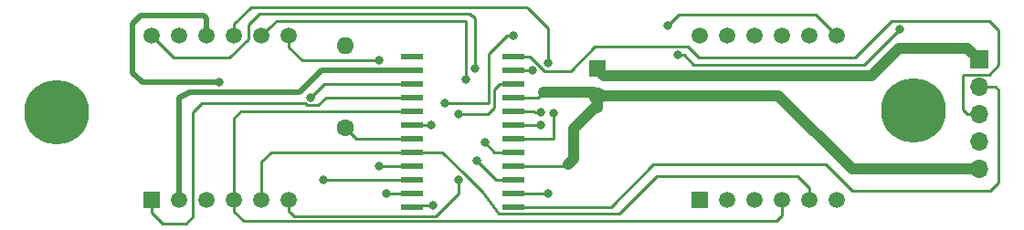
<source format=gbr>
G04 #@! TF.GenerationSoftware,KiCad,Pcbnew,(5.0.2)-1*
G04 #@! TF.CreationDate,2021-03-12T16:00:43+02:00*
G04 #@! TF.ProjectId,MAX7219 SMD,4d415837-3231-4392-9053-4d442e6b6963,rev?*
G04 #@! TF.SameCoordinates,Original*
G04 #@! TF.FileFunction,Copper,L2,Bot*
G04 #@! TF.FilePolarity,Positive*
%FSLAX46Y46*%
G04 Gerber Fmt 4.6, Leading zero omitted, Abs format (unit mm)*
G04 Created by KiCad (PCBNEW (5.0.2)-1) date 12.03.2021 16:00:43*
%MOMM*%
%LPD*%
G01*
G04 APERTURE LIST*
G04 #@! TA.AperFunction,ComponentPad*
%ADD10C,1.600000*%
G04 #@! TD*
G04 #@! TA.AperFunction,ComponentPad*
%ADD11R,1.600000X1.600000*%
G04 #@! TD*
G04 #@! TA.AperFunction,ComponentPad*
%ADD12O,1.600000X1.600000*%
G04 #@! TD*
G04 #@! TA.AperFunction,ComponentPad*
%ADD13C,1.500000*%
G04 #@! TD*
G04 #@! TA.AperFunction,ComponentPad*
%ADD14R,1.500000X1.500000*%
G04 #@! TD*
G04 #@! TA.AperFunction,ComponentPad*
%ADD15R,1.700000X1.700000*%
G04 #@! TD*
G04 #@! TA.AperFunction,ComponentPad*
%ADD16O,1.700000X1.700000*%
G04 #@! TD*
G04 #@! TA.AperFunction,SMDPad,CuDef*
%ADD17R,2.000000X0.600000*%
G04 #@! TD*
G04 #@! TA.AperFunction,ViaPad*
%ADD18C,6.000000*%
G04 #@! TD*
G04 #@! TA.AperFunction,ViaPad*
%ADD19C,0.800000*%
G04 #@! TD*
G04 #@! TA.AperFunction,Conductor*
%ADD20C,0.250000*%
G04 #@! TD*
G04 #@! TA.AperFunction,Conductor*
%ADD21C,1.000000*%
G04 #@! TD*
G04 #@! TA.AperFunction,Conductor*
%ADD22C,0.500000*%
G04 #@! TD*
G04 APERTURE END LIST*
D10*
G04 #@! TO.P,C1,2*
G04 #@! TO.N,GNDD*
X152908000Y-97623000D03*
D11*
G04 #@! TO.P,C1,1*
G04 #@! TO.N,+5V*
X152908000Y-95123000D03*
G04 #@! TD*
D12*
G04 #@! TO.P,R1,2*
G04 #@! TO.N,+5V*
X129540000Y-92964000D03*
D10*
G04 #@! TO.P,R1,1*
G04 #@! TO.N,Net-(R1-Pad1)*
X129540000Y-100584000D03*
G04 #@! TD*
D13*
G04 #@! TO.P,U3,12*
G04 #@! TO.N,Net-(U1-Pad8)*
X111633000Y-92075000D03*
G04 #@! TO.P,U3,11*
G04 #@! TO.N,Net-(U1-Pad14)*
X114173000Y-92075000D03*
G04 #@! TO.P,U3,10*
G04 #@! TO.N,Net-(U1-Pad15)*
X116713000Y-92075000D03*
G04 #@! TO.P,U3,9*
G04 #@! TO.N,Net-(U1-Pad5)*
X119253000Y-92075000D03*
G04 #@! TO.P,U3,8*
G04 #@! TO.N,Net-(U1-Pad10)*
X121793000Y-92075000D03*
G04 #@! TO.P,U3,7*
G04 #@! TO.N,Net-(U1-Pad16)*
X124333000Y-92075000D03*
G04 #@! TO.P,U3,6*
G04 #@! TO.N,Net-(U1-Pad3)*
X124333000Y-107315000D03*
G04 #@! TO.P,U3,5*
G04 #@! TO.N,Net-(U1-Pad17)*
X121793000Y-107315000D03*
G04 #@! TO.P,U3,4*
G04 #@! TO.N,Net-(U1-Pad20)*
X119253000Y-107315000D03*
G04 #@! TO.P,U3,3*
G04 #@! TO.N,Net-(U1-Pad22)*
X116713000Y-107315000D03*
G04 #@! TO.P,U3,2*
G04 #@! TO.N,Net-(U1-Pad23)*
X114173000Y-107315000D03*
D14*
G04 #@! TO.P,U3,1*
G04 #@! TO.N,Net-(U1-Pad21)*
X111633000Y-107315000D03*
G04 #@! TD*
D15*
G04 #@! TO.P,J1,1*
G04 #@! TO.N,+5V*
X188341000Y-94310200D03*
D16*
G04 #@! TO.P,J1,2*
G04 #@! TO.N,Net-(J1-Pad2)*
X188341000Y-96850200D03*
G04 #@! TO.P,J1,3*
G04 #@! TO.N,Net-(J1-Pad3)*
X188341000Y-99390200D03*
G04 #@! TO.P,J1,4*
G04 #@! TO.N,Net-(J1-Pad4)*
X188341000Y-101930200D03*
G04 #@! TO.P,J1,5*
G04 #@! TO.N,GNDD*
X188341000Y-104470200D03*
G04 #@! TD*
D14*
G04 #@! TO.P,U2,1*
G04 #@! TO.N,Net-(U1-Pad21)*
X162433000Y-107315000D03*
D13*
G04 #@! TO.P,U2,2*
G04 #@! TO.N,Net-(U1-Pad23)*
X164973000Y-107315000D03*
G04 #@! TO.P,U2,3*
G04 #@! TO.N,Net-(U1-Pad22)*
X167513000Y-107315000D03*
G04 #@! TO.P,U2,4*
G04 #@! TO.N,Net-(U1-Pad20)*
X170053000Y-107315000D03*
G04 #@! TO.P,U2,5*
G04 #@! TO.N,Net-(U1-Pad17)*
X172593000Y-107315000D03*
G04 #@! TO.P,U2,6*
G04 #@! TO.N,Net-(U1-Pad2)*
X175133000Y-107315000D03*
G04 #@! TO.P,U2,7*
G04 #@! TO.N,Net-(U1-Pad16)*
X175133000Y-92075000D03*
G04 #@! TO.P,U2,8*
G04 #@! TO.N,Net-(U1-Pad11)*
X172593000Y-92075000D03*
G04 #@! TO.P,U2,9*
G04 #@! TO.N,Net-(U1-Pad6)*
X170053000Y-92075000D03*
G04 #@! TO.P,U2,10*
G04 #@! TO.N,Net-(U1-Pad15)*
X167513000Y-92075000D03*
G04 #@! TO.P,U2,11*
G04 #@! TO.N,Net-(U1-Pad14)*
X164973000Y-92075000D03*
G04 #@! TO.P,U2,12*
G04 #@! TO.N,Net-(U1-Pad7)*
X162433000Y-92075000D03*
G04 #@! TD*
D17*
G04 #@! TO.P,U1,1*
G04 #@! TO.N,Net-(J1-Pad3)*
X145162000Y-93980000D03*
G04 #@! TO.P,U1,2*
G04 #@! TO.N,Net-(U1-Pad2)*
X145162000Y-95250000D03*
G04 #@! TO.P,U1,3*
G04 #@! TO.N,Net-(U1-Pad3)*
X145162000Y-96520000D03*
G04 #@! TO.P,U1,4*
G04 #@! TO.N,GNDD*
X145162000Y-97790000D03*
G04 #@! TO.P,U1,5*
G04 #@! TO.N,Net-(U1-Pad5)*
X145162000Y-99060000D03*
G04 #@! TO.P,U1,6*
G04 #@! TO.N,Net-(U1-Pad6)*
X145162000Y-100330000D03*
G04 #@! TO.P,U1,7*
G04 #@! TO.N,Net-(U1-Pad7)*
X145162000Y-101600000D03*
G04 #@! TO.P,U1,8*
G04 #@! TO.N,Net-(U1-Pad8)*
X145162000Y-102870000D03*
G04 #@! TO.P,U1,9*
G04 #@! TO.N,GNDD*
X145162000Y-104140000D03*
G04 #@! TO.P,U1,10*
G04 #@! TO.N,Net-(U1-Pad10)*
X145162000Y-105410000D03*
G04 #@! TO.P,U1,11*
G04 #@! TO.N,Net-(U1-Pad11)*
X145162000Y-106680000D03*
G04 #@! TO.P,U1,12*
G04 #@! TO.N,Net-(J1-Pad2)*
X145162000Y-107950000D03*
G04 #@! TO.P,U1,13*
G04 #@! TO.N,Net-(J1-Pad4)*
X135762000Y-107950000D03*
G04 #@! TO.P,U1,14*
G04 #@! TO.N,Net-(U1-Pad14)*
X135762000Y-106680000D03*
G04 #@! TO.P,U1,15*
G04 #@! TO.N,Net-(U1-Pad15)*
X135762000Y-105410000D03*
G04 #@! TO.P,U1,16*
G04 #@! TO.N,Net-(U1-Pad16)*
X135762000Y-104140000D03*
G04 #@! TO.P,U1,17*
G04 #@! TO.N,Net-(U1-Pad17)*
X135762000Y-102870000D03*
G04 #@! TO.P,U1,18*
G04 #@! TO.N,Net-(R1-Pad1)*
X135762000Y-101600000D03*
G04 #@! TO.P,U1,19*
G04 #@! TO.N,+5V*
X135762000Y-100330000D03*
G04 #@! TO.P,U1,20*
G04 #@! TO.N,Net-(U1-Pad20)*
X135762000Y-99060000D03*
G04 #@! TO.P,U1,21*
G04 #@! TO.N,Net-(U1-Pad21)*
X135762000Y-97790000D03*
G04 #@! TO.P,U1,22*
G04 #@! TO.N,Net-(U1-Pad22)*
X135762000Y-96520000D03*
G04 #@! TO.P,U1,23*
G04 #@! TO.N,Net-(U1-Pad23)*
X135762000Y-95250000D03*
G04 #@! TO.P,U1,24*
G04 #@! TO.N,Net-(U1-Pad24)*
X135762000Y-93980000D03*
G04 #@! TD*
D18*
G04 #@! TO.N,*
X182245000Y-99034600D03*
X102819200Y-99187000D03*
D19*
G04 #@! TO.N,+5V*
X137541000Y-100330000D03*
G04 #@! TO.N,Net-(J1-Pad4)*
X145161000Y-92075000D03*
X160401000Y-93853000D03*
X180975000Y-91440000D03*
X138831685Y-98298000D03*
X137668000Y-107860000D03*
G04 #@! TO.N,Net-(U1-Pad2)*
X146942845Y-95320153D03*
G04 #@! TO.N,Net-(U1-Pad3)*
X140076501Y-105414806D03*
X140081000Y-99314000D03*
G04 #@! TO.N,Net-(U1-Pad5)*
X147701000Y-99187000D03*
X148336000Y-94615000D03*
G04 #@! TO.N,Net-(U1-Pad6)*
X147701000Y-100330000D03*
G04 #@! TO.N,Net-(U1-Pad7)*
X148844000Y-99250500D03*
G04 #@! TO.N,Net-(U1-Pad8)*
X142494000Y-101981000D03*
X141605000Y-95123000D03*
G04 #@! TO.N,Net-(U1-Pad10)*
X141732000Y-103632000D03*
X140716000Y-96139000D03*
G04 #@! TO.N,Net-(U1-Pad11)*
X148336000Y-106680000D03*
G04 #@! TO.N,Net-(U1-Pad14)*
X133350000Y-106680000D03*
G04 #@! TO.N,Net-(U1-Pad15)*
X117856000Y-96393000D03*
X127508000Y-105410000D03*
G04 #@! TO.N,Net-(U1-Pad16)*
X159461200Y-91135200D03*
X132715000Y-94361000D03*
X132715000Y-104140000D03*
G04 #@! TO.N,Net-(U1-Pad22)*
X126365000Y-97790000D03*
G04 #@! TD*
D20*
G04 #@! TO.N,+5V*
X135762000Y-100330000D02*
X137541000Y-100330000D01*
D21*
X187248800Y-93218000D02*
X188341000Y-94310200D01*
X180848000Y-93218000D02*
X187248800Y-93218000D01*
X178308000Y-95758000D02*
X180848000Y-93218000D01*
X152908000Y-95123000D02*
X153543000Y-95758000D01*
X153543000Y-95758000D02*
X178308000Y-95758000D01*
G04 #@! TO.N,GNDD*
X152567000Y-97282000D02*
X147955000Y-97282000D01*
X152908000Y-97623000D02*
X152567000Y-97282000D01*
X169708200Y-97623000D02*
X152908000Y-97623000D01*
X176530000Y-104444800D02*
X169708200Y-97623000D01*
X188341000Y-104470200D02*
X188315600Y-104444800D01*
X188315600Y-104444800D02*
X176530000Y-104444800D01*
X152908000Y-98754370D02*
X152908000Y-97623000D01*
X152705630Y-98754370D02*
X152908000Y-98754370D01*
X150749000Y-100711000D02*
X152705630Y-98754370D01*
X150749000Y-103505000D02*
X150749000Y-100711000D01*
X150241000Y-104013000D02*
X150749000Y-103505000D01*
D20*
X146412000Y-97790000D02*
X145162000Y-97790000D01*
X147447000Y-97790000D02*
X146412000Y-97790000D01*
X147955000Y-97282000D02*
X147447000Y-97790000D01*
X146812000Y-104140000D02*
X145162000Y-104140000D01*
X150114000Y-104140000D02*
X145162000Y-104140000D01*
X150241000Y-104013000D02*
X150114000Y-104140000D01*
G04 #@! TO.N,Net-(J1-Pad2)*
X145162000Y-107950000D02*
X154178000Y-107950000D01*
X154178000Y-107950000D02*
X158115000Y-104013000D01*
X158115000Y-104013000D02*
X174117000Y-104013000D01*
X174117000Y-104013000D02*
X176530000Y-106426000D01*
X176530000Y-106426000D02*
X189357000Y-106426000D01*
X189357000Y-106426000D02*
X190119000Y-105664000D01*
X190119000Y-105664000D02*
X190119000Y-97155000D01*
X189814200Y-96850200D02*
X188341000Y-96850200D01*
X190119000Y-97155000D02*
X189814200Y-96850200D01*
G04 #@! TO.N,Net-(J1-Pad3)*
X188264800Y-99314000D02*
X188341000Y-99390200D01*
X187198000Y-99314000D02*
X188264800Y-99314000D01*
X161326999Y-93127999D02*
X162306000Y-94107000D01*
X152717999Y-93127999D02*
X161326999Y-93127999D01*
X189261003Y-95675199D02*
X186899801Y-95675199D01*
X150505997Y-95340001D02*
X152717999Y-93127999D01*
X147987999Y-95340001D02*
X150505997Y-95340001D01*
X145162000Y-93980000D02*
X146627998Y-93980000D01*
X146627998Y-93980000D02*
X147987999Y-95340001D01*
X162306000Y-94107000D02*
X176784000Y-94107000D01*
X176784000Y-94107000D02*
X180176001Y-90714999D01*
X180176001Y-90714999D02*
X189266999Y-90714999D01*
X189266999Y-90714999D02*
X190119000Y-91567000D01*
X186817000Y-98933000D02*
X187198000Y-99314000D01*
X190119000Y-91567000D02*
X190119000Y-94817202D01*
X190119000Y-94817202D02*
X189261003Y-95675199D01*
X186899801Y-95675199D02*
X186817000Y-95758000D01*
X186817000Y-95758000D02*
X186817000Y-98933000D01*
G04 #@! TO.N,Net-(J1-Pad4)*
X138811000Y-98298000D02*
X138831685Y-98298000D01*
X135852000Y-107860000D02*
X135762000Y-107950000D01*
X137668000Y-107860000D02*
X135852000Y-107860000D01*
X144526000Y-92075000D02*
X145161000Y-92075000D01*
X138831685Y-98298000D02*
X142875000Y-98298000D01*
X142875000Y-93726000D02*
X144526000Y-92075000D01*
X142875000Y-98298000D02*
X142875000Y-93726000D01*
X177673000Y-94742000D02*
X180975000Y-91440000D01*
X161855685Y-94742000D02*
X177673000Y-94742000D01*
X160401000Y-93853000D02*
X160966685Y-93853000D01*
X160966685Y-93853000D02*
X161855685Y-94742000D01*
G04 #@! TO.N,Net-(R1-Pad1)*
X130556000Y-101600000D02*
X129540000Y-100584000D01*
X135762000Y-101600000D02*
X130556000Y-101600000D01*
G04 #@! TO.N,Net-(U1-Pad2)*
X145232153Y-95320153D02*
X145162000Y-95250000D01*
X146942845Y-95320153D02*
X145232153Y-95320153D01*
G04 #@! TO.N,Net-(U1-Pad3)*
X124333000Y-107315000D02*
X124333000Y-108375660D01*
X140081000Y-106680000D02*
X137922000Y-108839000D01*
X124796340Y-108839000D02*
X124460000Y-108502660D01*
X124333000Y-108375660D02*
X124460000Y-108502660D01*
X137922000Y-108839000D02*
X124796340Y-108839000D01*
X124460000Y-108502660D02*
X124714000Y-108756660D01*
X140081000Y-105410000D02*
X140081000Y-105410307D01*
X140081000Y-105410307D02*
X140076501Y-105414806D01*
X140076501Y-105414806D02*
X140081000Y-106680000D01*
X140081000Y-99314000D02*
X140646685Y-99314000D01*
X143325010Y-97106990D02*
X143325010Y-98736990D01*
X145162000Y-96520000D02*
X143912000Y-96520000D01*
X143912000Y-96520000D02*
X143325010Y-97106990D01*
X142748000Y-99314000D02*
X141986000Y-99314000D01*
X140646685Y-99314000D02*
X141986000Y-99314000D01*
X143325010Y-98736990D02*
X142748000Y-99314000D01*
X141986000Y-99314000D02*
X142240000Y-99314000D01*
G04 #@! TO.N,Net-(U1-Pad5)*
X119253000Y-91014340D02*
X120840330Y-89427010D01*
X119253000Y-92075000D02*
X119253000Y-91014340D01*
X141097000Y-89427010D02*
X141395410Y-89427010D01*
X120840330Y-89427010D02*
X141097000Y-89427010D01*
X146304000Y-89408000D02*
X141116010Y-89408000D01*
X141116010Y-89408000D02*
X141097000Y-89427010D01*
X148336000Y-91416925D02*
X146454075Y-89535000D01*
X148336000Y-94615000D02*
X148336000Y-91416925D01*
X147129990Y-90106990D02*
X146454075Y-89535000D01*
X146454075Y-89535000D02*
X146304000Y-89408000D01*
X146412000Y-99060000D02*
X145162000Y-99060000D01*
X147008315Y-99060000D02*
X146412000Y-99060000D01*
X147135315Y-99187000D02*
X147008315Y-99060000D01*
X147701000Y-99187000D02*
X147135315Y-99187000D01*
G04 #@! TO.N,Net-(U1-Pad6)*
X147066000Y-100330000D02*
X145162000Y-100330000D01*
X147066000Y-100330000D02*
X147701000Y-100330000D01*
G04 #@! TO.N,Net-(U1-Pad7)*
X148844000Y-101600000D02*
X145162000Y-101600000D01*
X148844000Y-99250500D02*
X148844000Y-101600000D01*
G04 #@! TO.N,Net-(U1-Pad8)*
X111633000Y-92075000D02*
X113665000Y-94107000D01*
X113665000Y-94107000D02*
X118812002Y-94107000D01*
X118812002Y-94107000D02*
X120548400Y-92370602D01*
X120548400Y-92370602D02*
X120548400Y-91084400D01*
X121615200Y-90017600D02*
X141071600Y-90017600D01*
X120548400Y-91084400D02*
X121615200Y-90017600D01*
X145162000Y-102870000D02*
X143383000Y-102870000D01*
X143383000Y-102870000D02*
X142494000Y-101981000D01*
X141605000Y-95123000D02*
X141605000Y-90424000D01*
X141605000Y-90424000D02*
X141351000Y-90170000D01*
X141224000Y-90170000D02*
X141071600Y-90017600D01*
X141351000Y-90170000D02*
X141224000Y-90170000D01*
G04 #@! TO.N,Net-(U1-Pad10)*
X122542999Y-91325001D02*
X121793000Y-92075000D01*
X123190000Y-90678000D02*
X122542999Y-91325001D01*
X140589000Y-90678000D02*
X123190000Y-90678000D01*
X145162000Y-105410000D02*
X143510000Y-105410000D01*
X143510000Y-105410000D02*
X141732000Y-103632000D01*
X140716000Y-96139000D02*
X140716000Y-90678000D01*
X140716000Y-90678000D02*
X140589000Y-90678000D01*
G04 #@! TO.N,Net-(U1-Pad11)*
X145162000Y-106680000D02*
X148336000Y-106680000D01*
G04 #@! TO.N,Net-(U1-Pad14)*
X133350000Y-106680000D02*
X135762000Y-106680000D01*
D22*
G04 #@! TO.N,Net-(U1-Pad15)*
X116713000Y-90424000D02*
X116713000Y-92075000D01*
X110744000Y-96393000D02*
X109855000Y-95504000D01*
X117856000Y-96393000D02*
X110744000Y-96393000D01*
X109855000Y-95504000D02*
X109855000Y-90932000D01*
X109855000Y-90932000D02*
X110617000Y-90170000D01*
X110617000Y-90170000D02*
X116459000Y-90170000D01*
X116459000Y-90170000D02*
X116713000Y-90424000D01*
D20*
X135762000Y-105410000D02*
X134512000Y-105410000D01*
X134512000Y-105410000D02*
X127508000Y-105410000D01*
G04 #@! TO.N,Net-(U1-Pad16)*
X160451800Y-90144600D02*
X159461200Y-91135200D01*
X175133000Y-92075000D02*
X173202600Y-90144600D01*
X173202600Y-90144600D02*
X160451800Y-90144600D01*
X124333000Y-93135660D02*
X125558340Y-94361000D01*
X124333000Y-92075000D02*
X124333000Y-93135660D01*
X125558340Y-94361000D02*
X132715000Y-94361000D01*
X132715000Y-104140000D02*
X135762000Y-104140000D01*
G04 #@! TO.N,Net-(U1-Pad17)*
X135762000Y-102870000D02*
X122682000Y-102870000D01*
X121793000Y-103759000D02*
X121793000Y-104775000D01*
X122682000Y-102870000D02*
X121793000Y-103759000D01*
X135762000Y-102870000D02*
X138557000Y-102870000D01*
X138557000Y-102870000D02*
X140531010Y-104844010D01*
X140531010Y-104844010D02*
X142240000Y-106553000D01*
X143764000Y-108585000D02*
X142240000Y-106553000D01*
X154940000Y-108585000D02*
X143764000Y-108585000D01*
X158413660Y-105111340D02*
X154940000Y-108585000D01*
X172593000Y-107315000D02*
X172593000Y-106254340D01*
X171450000Y-105111340D02*
X158413660Y-105111340D01*
X172593000Y-106254340D02*
X171450000Y-105111340D01*
X121793000Y-104775000D02*
X121793000Y-107315000D01*
D22*
G04 #@! TO.N,Net-(U1-Pad20)*
X119380000Y-107188000D02*
X119253000Y-107315000D01*
D20*
X135762000Y-99060000D02*
X123063000Y-99060000D01*
X119253000Y-99695000D02*
X119253000Y-103378000D01*
X119253000Y-103378000D02*
X119253000Y-107315000D01*
X123063000Y-99060000D02*
X119888000Y-99060000D01*
X119888000Y-99060000D02*
X119253000Y-99695000D01*
X170053000Y-108712000D02*
X170053000Y-107315000D01*
X119253000Y-107315000D02*
X119253000Y-108375660D01*
X119253000Y-108375660D02*
X120166349Y-109289009D01*
X169545000Y-109220000D02*
X170053000Y-108712000D01*
X120166349Y-109289009D02*
X138108400Y-109289010D01*
X138108400Y-109289010D02*
X138177410Y-109220000D01*
X138177410Y-109220000D02*
X169545000Y-109220000D01*
G04 #@! TO.N,Net-(U1-Pad21)*
X114808000Y-109474000D02*
X112649000Y-109474000D01*
X112649000Y-109474000D02*
X111633000Y-108458000D01*
X115443000Y-99187000D02*
X115443000Y-108839000D01*
X111633000Y-108458000D02*
X111633000Y-107315000D01*
X127762000Y-97790000D02*
X127036999Y-98515001D01*
X135762000Y-97790000D02*
X127762000Y-97790000D01*
X127036999Y-98515001D02*
X126016999Y-98515001D01*
X126016999Y-98515001D02*
X125836997Y-98334999D01*
X115443000Y-108839000D02*
X114808000Y-109474000D01*
X125836997Y-98334999D02*
X116295001Y-98334999D01*
X116295001Y-98334999D02*
X115443000Y-99187000D01*
G04 #@! TO.N,Net-(U1-Pad22)*
X135762000Y-96520000D02*
X133223000Y-96520000D01*
X133223000Y-96520000D02*
X127635000Y-96520000D01*
X127635000Y-96520000D02*
X126365000Y-97790000D01*
D22*
G04 #@! TO.N,Net-(U1-Pad23)*
X127381000Y-95250000D02*
X135762000Y-95250000D01*
X125349000Y-97282000D02*
X127381000Y-95250000D01*
X115189000Y-97282000D02*
X125349000Y-97282000D01*
X114173000Y-107315000D02*
X114173000Y-97790000D01*
X114173000Y-97790000D02*
X115189000Y-97282000D01*
G04 #@! TD*
M02*

</source>
